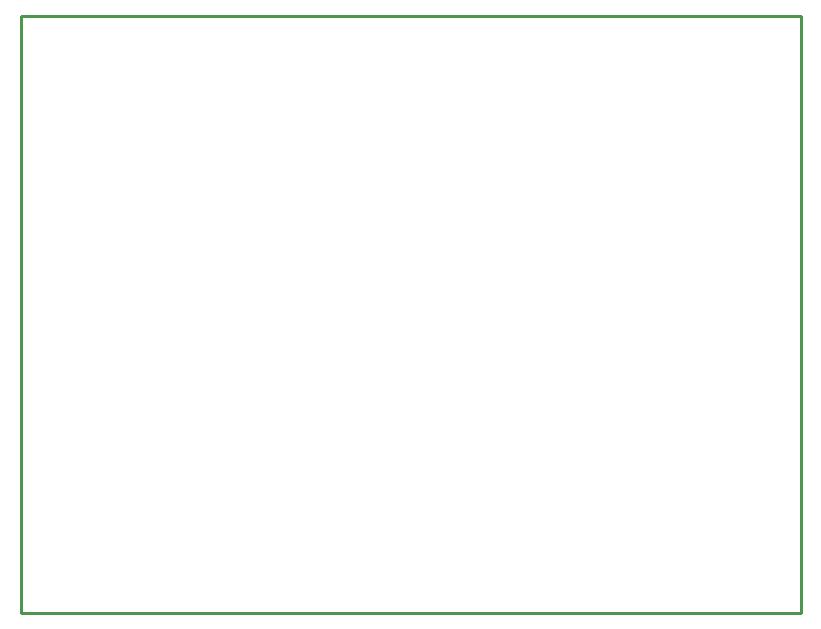
<source format=gko>
G04 Layer_Color=16711935*
%FSLAX25Y25*%
%MOIN*%
G70*
G01*
G75*
%ADD10C,0.01000*%
D10*
X-165000Y98795D02*
X94842D01*
X-165000Y-100024D02*
Y98795D01*
X94842Y-100024D02*
Y98795D01*
X-165000Y-100024D02*
X94842D01*
M02*

</source>
